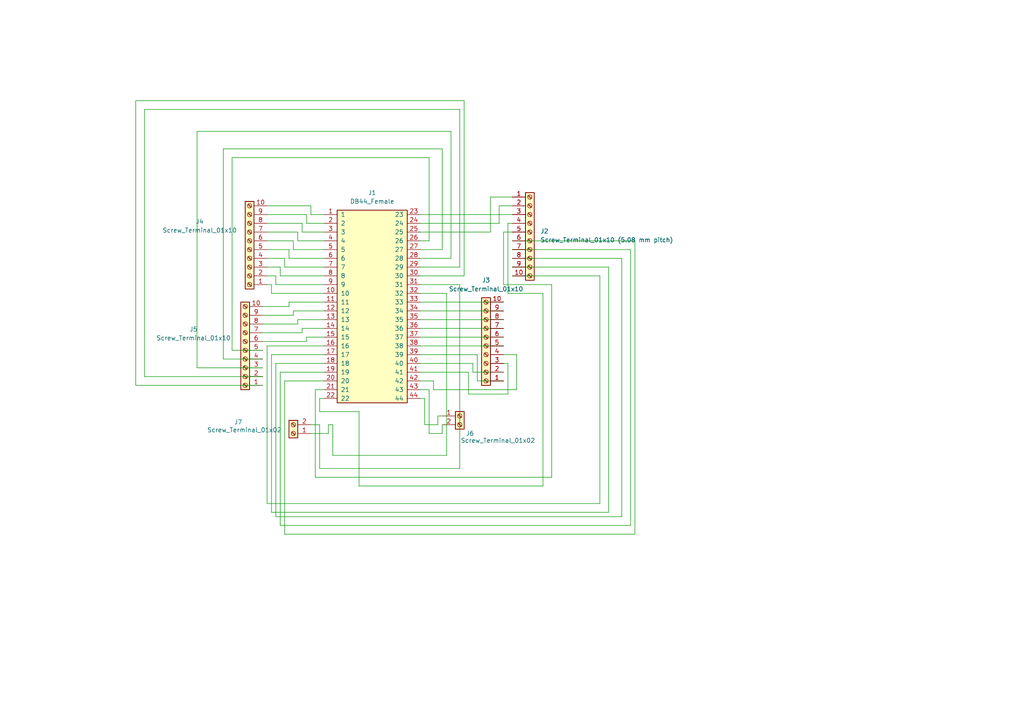
<source format=kicad_sch>
(kicad_sch (version 20250114) (generator "eeschema") (generator_version "9.0")
  (paper "A4")
  (lib_symbols
    (symbol "Connector:Screw_Terminal_01x02" (pin_names (offset 1.016) (hide yes))
      (property "Reference" "J" (at 0 2.54 0))
      (property "Value" "Screw_Terminal_01x02" (at 0 -5.08 0))
      (symbol "Screw_Terminal_01x02_1_1"
        (rectangle (start -1.27 1.27) (end 1.27 -3.81) (stroke (width 0.254)) (fill (type background)))
        (polyline (pts (xy -0.5334 0.3302) (xy 0.3302 -0.508)) (stroke (width 0.1524)))
        (polyline (pts (xy -0.5334 -2.2098) (xy 0.3302 -3.048)) (stroke (width 0.1524)))
        (polyline (pts (xy -0.3556 0.508) (xy 0.508 -0.3302)) (stroke (width 0.1524)))
        (polyline (pts (xy -0.3556 -2.032) (xy 0.508 -2.8702)) (stroke (width 0.1524)))
        (circle (center 0 0) (radius 0.635) (stroke (width 0.1524)))
        (circle (center 0 -2.54) (radius 0.635) (stroke (width 0.1524)))
        (pin passive line (at -5.08 0 0) (length 3.81) (name "Pin_1") (number "1"))
        (pin passive line (at -5.08 -2.54 0) (length 3.81) (name "Pin_2") (number "2"))
      )
    )
    (symbol "Connector:Screw_Terminal_01x10" (pin_names (offset 1.016) (hide yes))
      (property "Reference" "J" (at 0 12.7 0))
      (property "Value" "Screw_Terminal_01x10" (at 0 -15.24 0))
      (symbol "Screw_Terminal_01x10_1_1"
        (rectangle (start -1.27 11.43) (end 1.27 -13.97) (stroke (width 0.254)) (fill (type background)))
        (polyline (pts (xy -0.5334 10.4902) (xy 0.3302 9.652)) (stroke (width 0.1524)))
        (polyline (pts (xy -0.5334 7.9502) (xy 0.3302 7.112)) (stroke (width 0.1524)))
        (polyline (pts (xy -0.5334 5.4102) (xy 0.3302 4.572)) (stroke (width 0.1524)))
        (polyline (pts (xy -0.5334 2.8702) (xy 0.3302 2.032)) (stroke (width 0.1524)))
        (polyline (pts (xy -0.5334 0.3302) (xy 0.3302 -0.508)) (stroke (width 0.1524)))
        (polyline (pts (xy -0.5334 -2.2098) (xy 0.3302 -3.048)) (stroke (width 0.1524)))
        (polyline (pts (xy -0.5334 -4.7498) (xy 0.3302 -5.588)) (stroke (width 0.1524)))
        (polyline (pts (xy -0.5334 -7.2898) (xy 0.3302 -8.128)) (stroke (width 0.1524)))
        (polyline (pts (xy -0.5334 -9.8298) (xy 0.3302 -10.668)) (stroke (width 0.1524)))
        (polyline (pts (xy -0.5334 -12.3698) (xy 0.3302 -13.208)) (stroke (width 0.1524)))
        (polyline (pts (xy -0.3556 10.668) (xy 0.508 9.8298)) (stroke (width 0.1524)))
        (polyline (pts (xy -0.3556 8.128) (xy 0.508 7.2898)) (stroke (width 0.1524)))
        (polyline (pts (xy -0.3556 5.588) (xy 0.508 4.7498)) (stroke (width 0.1524)))
        (polyline (pts (xy -0.3556 3.048) (xy 0.508 2.2098)) (stroke (width 0.1524)))
        (polyline (pts (xy -0.3556 0.508) (xy 0.508 -0.3302)) (stroke (width 0.1524)))
        (polyline (pts (xy -0.3556 -2.032) (xy 0.508 -2.8702)) (stroke (width 0.1524)))
        (polyline (pts (xy -0.3556 -4.572) (xy 0.508 -5.4102)) (stroke (width 0.1524)))
        (polyline (pts (xy -0.3556 -7.112) (xy 0.508 -7.9502)) (stroke (width 0.1524)))
        (polyline (pts (xy -0.3556 -9.652) (xy 0.508 -10.4902)) (stroke (width 0.1524)))
        (polyline (pts (xy -0.3556 -12.192) (xy 0.508 -13.0302)) (stroke (width 0.1524)))
        (circle (center 0 10.16) (radius 0.635) (stroke (width 0.1524)))
        (circle (center 0 7.62) (radius 0.635) (stroke (width 0.1524)))
        (circle (center 0 5.08) (radius 0.635) (stroke (width 0.1524)))
        (circle (center 0 2.54) (radius 0.635) (stroke (width 0.1524)))
        (circle (center 0 0) (radius 0.635) (stroke (width 0.1524)))
        (circle (center 0 -2.54) (radius 0.635) (stroke (width 0.1524)))
        (circle (center 0 -5.08) (radius 0.635) (stroke (width 0.1524)))
        (circle (center 0 -7.62) (radius 0.635) (stroke (width 0.1524)))
        (circle (center 0 -10.16) (radius 0.635) (stroke (width 0.1524)))
        (circle (center 0 -12.7) (radius 0.635) (stroke (width 0.1524)))
        (pin passive line (at -5.08 10.16 0) (length 3.81) (name "Pin_1") (number "1"))
        (pin passive line (at -5.08 7.62 0) (length 3.81) (name "Pin_2") (number "2"))
        (pin passive line (at -5.08 5.08 0) (length 3.81) (name "Pin_3") (number "3"))
        (pin passive line (at -5.08 2.54 0) (length 3.81) (name "Pin_4") (number "4"))
        (pin passive line (at -5.08 0 0) (length 3.81) (name "Pin_5") (number "5"))
        (pin passive line (at -5.08 -2.54 0) (length 3.81) (name "Pin_6") (number "6"))
        (pin passive line (at -5.08 -5.08 0) (length 3.81) (name "Pin_7") (number "7"))
        (pin passive line (at -5.08 -7.62 0) (length 3.81) (name "Pin_8") (number "8"))
        (pin passive line (at -5.08 -10.16 0) (length 3.81) (name "Pin_9") (number "9"))
        (pin passive line (at -5.08 -12.7 0) (length 3.81) (name "Pin_10") (number "10"))
      )
    )
    (symbol "DB44_Female:DB44_Female" (pin_names (offset 1.016))
      (property "Reference" "J" (at 0 29.21 0))
      (property "Value" "DB44_Female" (at 0 -29.21 0))
      (symbol "DB44_Female_0_1"
        (rectangle (start -10.16 27.94) (end 10.16 -27.94) (stroke (width 0.254)) (fill (type background)))
      )
      (symbol "DB44_Female_1_1"
        (pin passive line (at -13.97 26.67 0) (length 3.81) (name "1") (number "1"))
        (pin passive line (at -13.97 24.13 0) (length 3.81) (name "2") (number "2"))
        (pin passive line (at -13.97 21.59 0) (length 3.81) (name "3") (number "3"))
        (pin passive line (at -13.97 19.05 0) (length 3.81) (name "4") (number "4"))
        (pin passive line (at -13.97 16.51 0) (length 3.81) (name "5") (number "5"))
        (pin passive line (at -13.97 13.97 0) (length 3.81) (name "6") (number "6"))
        (pin passive line (at -13.97 11.43 0) (length 3.81) (name "7") (number "7"))
        (pin passive line (at -13.97 8.89 0) (length 3.81) (name "8") (number "8"))
        (pin passive line (at -13.97 6.35 0) (length 3.81) (name "9") (number "9"))
        (pin passive line (at -13.97 3.81 0) (length 3.81) (name "10") (number "10"))
        (pin passive line (at -13.97 1.27 0) (length 3.81) (name "11") (number "11"))
        (pin passive line (at -13.97 -1.27 0) (length 3.81) (name "12") (number "12"))
        (pin passive line (at -13.97 -3.81 0) (length 3.81) (name "13") (number "13"))
        (pin passive line (at -13.97 -6.35 0) (length 3.81) (name "14") (number "14"))
        (pin passive line (at -13.97 -8.89 0) (length 3.81) (name "15") (number "15"))
        (pin passive line (at -13.97 -11.43 0) (length 3.81) (name "16") (number "16"))
        (pin passive line (at -13.97 -13.97 0) (length 3.81) (name "17") (number "17"))
        (pin passive line (at -13.97 -16.51 0) (length 3.81) (name "18") (number "18"))
        (pin passive line (at -13.97 -19.05 0) (length 3.81) (name "19") (number "19"))
        (pin passive line (at -13.97 -21.59 0) (length 3.81) (name "20") (number "20"))
        (pin passive line (at -13.97 -24.13 0) (length 3.81) (name "21") (number "21"))
        (pin passive line (at -13.97 -26.67 0) (length 3.81) (name "22") (number "22"))
        (pin passive line (at 13.97 26.67 180) (length 3.81) (name "23") (number "23"))
        (pin passive line (at 13.97 24.13 180) (length 3.81) (name "24") (number "24"))
        (pin passive line (at 13.97 21.59 180) (length 3.81) (name "25") (number "25"))
        (pin passive line (at 13.97 19.05 180) (length 3.81) (name "26") (number "26"))
        (pin passive line (at 13.97 16.51 180) (length 3.81) (name "27") (number "27"))
        (pin passive line (at 13.97 13.97 180) (length 3.81) (name "28") (number "28"))
        (pin passive line (at 13.97 11.43 180) (length 3.81) (name "29") (number "29"))
        (pin passive line (at 13.97 8.89 180) (length 3.81) (name "30") (number "30"))
        (pin passive line (at 13.97 6.35 180) (length 3.81) (name "31") (number "31"))
        (pin passive line (at 13.97 3.81 180) (length 3.81) (name "32") (number "32"))
        (pin passive line (at 13.97 1.27 180) (length 3.81) (name "33") (number "33"))
        (pin passive line (at 13.97 -1.27 180) (length 3.81) (name "34") (number "34"))
        (pin passive line (at 13.97 -3.81 180) (length 3.81) (name "35") (number "35"))
        (pin passive line (at 13.97 -6.35 180) (length 3.81) (name "36") (number "36"))
        (pin passive line (at 13.97 -8.89 180) (length 3.81) (name "37") (number "37"))
        (pin passive line (at 13.97 -11.43 180) (length 3.81) (name "38") (number "38"))
        (pin passive line (at 13.97 -13.97 180) (length 3.81) (name "39") (number "39"))
        (pin passive line (at 13.97 -16.51 180) (length 3.81) (name "40") (number "40"))
        (pin passive line (at 13.97 -19.05 180) (length 3.81) (name "41") (number "41"))
        (pin passive line (at 13.97 -21.59 180) (length 3.81) (name "42") (number "42"))
        (pin passive line (at 13.97 -24.13 180) (length 3.81) (name "43") (number "43"))
        (pin passive line (at 13.97 -26.67 180) (length 3.81) (name "44") (number "44"))
      )
    )
  )
  (wire (pts (xy 81.28 80.01) (xy 93.98 80.01)))
  (wire (pts (xy 157.48 140.97) (xy 104.14 140.97)))
  (wire (pts (xy 80.01 105.41) (xy 93.98 105.41)))
  (wire (pts (xy 82.55 77.47) (xy 93.98 77.47)))
  (wire (pts (xy 127 123.19) (xy 127 120.65)))
  (wire (pts (xy 78.74 82.55) (xy 78.74 85.09)))
  (wire (pts (xy 184.15 154.94) (xy 82.55 154.94)))
  (wire (pts (xy 83.82 87.63) (xy 93.98 87.63)))
  (wire (pts (xy 121.92 74.93) (xy 130.81 74.93)))
  (wire (pts (xy 137.16 107.95) (xy 146.05 107.95)))
  (wire (pts (xy 121.92 85.09) (xy 129.54 85.09)))
  (wire (pts (xy 180.34 74.93) (xy 180.34 149.86)))
  (wire (pts (xy 182.88 152.4) (xy 182.88 72.39)))
  (wire (pts (xy 121.92 107.95) (xy 135.89 107.95)))
  (wire (pts (xy 82.55 154.94) (xy 82.55 110.49)))
  (wire (pts (xy 93.98 107.95) (xy 81.28 107.95)))
  (wire (pts (xy 160.02 138.43) (xy 160.02 82.55)))
  (wire (pts (xy 121.92 95.25) (xy 146.05 95.25)))
  (wire (pts (xy 146.05 67.31) (xy 148.59 67.31)))
  (wire (pts (xy 81.28 152.4) (xy 182.88 152.4)))
  (wire (pts (xy 135.89 114.3) (xy 147.32 114.3)))
  (wire (pts (xy 76.2 91.44) (xy 85.09 91.44)))
  (wire (pts (xy 78.74 85.09) (xy 93.98 85.09)))
  (wire (pts (xy 77.47 146.05) (xy 173.99 146.05)))
  (wire (pts (xy 77.47 77.47) (xy 81.28 77.47)))
  (wire (pts (xy 88.9 99.06) (xy 88.9 97.79)))
  (wire (pts (xy 80.01 149.86) (xy 80.01 105.41)))
  (wire (pts (xy 148.59 80.01) (xy 173.99 80.01)))
  (wire (pts (xy 121.92 97.79) (xy 146.05 97.79)))
  (wire (pts (xy 77.47 62.23) (xy 88.9 62.23)))
  (wire (pts (xy 180.34 149.86) (xy 80.01 149.86)))
  (wire (pts (xy 95.25 125.73) (xy 90.17 125.73)))
  (wire (pts (xy 85.09 69.85) (xy 85.09 72.39)))
  (wire (pts (xy 121.92 105.41) (xy 137.16 105.41)))
  (wire (pts (xy 123.19 123.19) (xy 123.19 115.57)))
  (wire (pts (xy 148.59 69.85) (xy 184.15 69.85)))
  (wire (pts (xy 78.74 148.59) (xy 176.53 148.59)))
  (wire (pts (xy 146.05 82.55) (xy 160.02 82.55)))
  (wire (pts (xy 87.63 95.25) (xy 93.98 95.25)))
  (wire (pts (xy 92.71 123.19) (xy 90.17 123.19)))
  (wire (pts (xy 184.15 69.85) (xy 184.15 154.94)))
  (wire (pts (xy 123.19 115.57) (xy 121.92 115.57)))
  (wire (pts (xy 104.14 119.38) (xy 92.71 119.38)))
  (wire (pts (xy 121.92 102.87) (xy 138.43 102.87)))
  (wire (pts (xy 149.86 102.87) (xy 149.86 113.03)))
  (wire (pts (xy 104.14 140.97) (xy 104.14 119.38)))
  (wire (pts (xy 86.36 69.85) (xy 93.98 69.85)))
  (wire (pts (xy 83.82 72.39) (xy 83.82 74.93)))
  (wire (pts (xy 146.05 102.87) (xy 149.86 102.87)))
  (wire (pts (xy 92.71 119.38) (xy 92.71 115.57)))
  (wire (pts (xy 121.92 72.39) (xy 128.27 72.39)))
  (wire (pts (xy 147.32 64.77) (xy 147.32 85.09)))
  (wire (pts (xy 138.43 110.49) (xy 146.05 110.49)))
  (wire (pts (xy 121.92 90.17) (xy 146.05 90.17)))
  (wire (pts (xy 82.55 74.93) (xy 82.55 77.47)))
  (wire (pts (xy 121.92 77.47) (xy 133.35 77.47)))
  (wire (pts (xy 121.92 62.23) (xy 148.59 62.23)))
  (wire (pts (xy 76.2 96.52) (xy 87.63 96.52)))
  (wire (pts (xy 133.35 77.47) (xy 133.35 31.75)))
  (wire (pts (xy 96.52 123.19) (xy 95.25 123.19)))
  (wire (pts (xy 124.46 113.03) (xy 124.46 125.73)))
  (wire (pts (xy 67.31 101.6) (xy 76.2 101.6)))
  (wire (pts (xy 148.59 72.39) (xy 182.88 72.39)))
  (wire (pts (xy 77.47 82.55) (xy 78.74 82.55)))
  (wire (pts (xy 148.59 57.15) (xy 142.24 57.15)))
  (wire (pts (xy 80.01 80.01) (xy 80.01 82.55)))
  (wire (pts (xy 125.73 110.49) (xy 121.92 110.49)))
  (wire (pts (xy 147.32 105.41) (xy 146.05 105.41)))
  (wire (pts (xy 128.27 125.73) (xy 128.27 123.19)))
  (wire (pts (xy 147.32 85.09) (xy 157.48 85.09)))
  (wire (pts (xy 144.78 59.69) (xy 148.59 59.69)))
  (wire (pts (xy 78.74 102.87) (xy 78.74 148.59)))
  (wire (pts (xy 124.46 45.72) (xy 67.31 45.72)))
  (wire (pts (xy 121.92 87.63) (xy 146.05 87.63)))
  (wire (pts (xy 86.36 67.31) (xy 86.36 69.85)))
  (wire (pts (xy 87.63 96.52) (xy 87.63 95.25)))
  (wire (pts (xy 64.77 43.18) (xy 64.77 104.14)))
  (wire (pts (xy 93.98 100.33) (xy 77.47 100.33)))
  (wire (pts (xy 77.47 100.33) (xy 77.47 146.05)))
  (wire (pts (xy 76.2 88.9) (xy 83.82 88.9)))
  (wire (pts (xy 128.27 43.18) (xy 64.77 43.18)))
  (wire (pts (xy 88.9 62.23) (xy 88.9 64.77)))
  (wire (pts (xy 85.09 90.17) (xy 93.98 90.17)))
  (wire (pts (xy 90.17 62.23) (xy 93.98 62.23)))
  (wire (pts (xy 76.2 99.06) (xy 88.9 99.06)))
  (wire (pts (xy 128.27 72.39) (xy 128.27 43.18)))
  (wire (pts (xy 39.37 111.76) (xy 76.2 111.76)))
  (wire (pts (xy 91.44 113.03) (xy 93.98 113.03)))
  (wire (pts (xy 130.81 74.93) (xy 130.81 38.1)))
  (wire (pts (xy 137.16 105.41) (xy 137.16 107.95)))
  (wire (pts (xy 39.37 29.21) (xy 39.37 111.76)))
  (wire (pts (xy 77.47 74.93) (xy 82.55 74.93)))
  (wire (pts (xy 77.47 72.39) (xy 83.82 72.39)))
  (wire (pts (xy 121.92 64.77) (xy 144.78 64.77)))
  (wire (pts (xy 121.92 82.55) (xy 133.35 82.55)))
  (wire (pts (xy 121.92 80.01) (xy 134.62 80.01)))
  (wire (pts (xy 127 120.65) (xy 128.27 120.65)))
  (wire (pts (xy 123.19 123.19) (xy 127 123.19)))
  (wire (pts (xy 95.25 123.19) (xy 95.25 125.73)))
  (wire (pts (xy 67.31 45.72) (xy 67.31 101.6)))
  (wire (pts (xy 90.17 59.69) (xy 90.17 62.23)))
  (wire (pts (xy 80.01 82.55) (xy 93.98 82.55)))
  (wire (pts (xy 121.92 92.71) (xy 146.05 92.71)))
  (wire (pts (xy 142.24 57.15) (xy 142.24 67.31)))
  (wire (pts (xy 173.99 146.05) (xy 173.99 80.01)))
  (wire (pts (xy 147.32 114.3) (xy 147.32 105.41)))
  (wire (pts (xy 124.46 125.73) (xy 128.27 125.73)))
  (wire (pts (xy 133.35 135.89) (xy 92.71 135.89)))
  (wire (pts (xy 125.73 113.03) (xy 125.73 110.49)))
  (wire (pts (xy 83.82 74.93) (xy 93.98 74.93)))
  (wire (pts (xy 93.98 102.87) (xy 78.74 102.87)))
  (wire (pts (xy 81.28 107.95) (xy 81.28 152.4)))
  (wire (pts (xy 87.63 67.31) (xy 93.98 67.31)))
  (wire (pts (xy 130.81 38.1) (xy 57.15 38.1)))
  (wire (pts (xy 134.62 80.01) (xy 134.62 29.21)))
  (wire (pts (xy 133.35 31.75) (xy 41.91 31.75)))
  (wire (pts (xy 91.44 113.03) (xy 91.44 138.43)))
  (wire (pts (xy 148.59 64.77) (xy 147.32 64.77)))
  (wire (pts (xy 81.28 77.47) (xy 81.28 80.01)))
  (wire (pts (xy 124.46 69.85) (xy 124.46 45.72)))
  (wire (pts (xy 83.82 88.9) (xy 83.82 87.63)))
  (wire (pts (xy 129.54 85.09) (xy 129.54 132.08)))
  (wire (pts (xy 86.36 92.71) (xy 93.98 92.71)))
  (wire (pts (xy 92.71 123.19) (xy 92.71 135.89)))
  (wire (pts (xy 138.43 102.87) (xy 138.43 110.49)))
  (wire (pts (xy 77.47 67.31) (xy 86.36 67.31)))
  (wire (pts (xy 121.92 100.33) (xy 146.05 100.33)))
  (wire (pts (xy 87.63 64.77) (xy 87.63 67.31)))
  (wire (pts (xy 77.47 64.77) (xy 87.63 64.77)))
  (wire (pts (xy 135.89 107.95) (xy 135.89 114.3)))
  (wire (pts (xy 88.9 97.79) (xy 93.98 97.79)))
  (wire (pts (xy 82.55 110.49) (xy 93.98 110.49)))
  (wire (pts (xy 149.86 113.03) (xy 125.73 113.03)))
  (wire (pts (xy 133.35 82.55) (xy 133.35 135.89)))
  (wire (pts (xy 77.47 69.85) (xy 85.09 69.85)))
  (wire (pts (xy 57.15 38.1) (xy 57.15 106.68)))
  (wire (pts (xy 57.15 106.68) (xy 76.2 106.68)))
  (wire (pts (xy 134.62 29.21) (xy 39.37 29.21)))
  (wire (pts (xy 144.78 64.77) (xy 144.78 59.69)))
  (wire (pts (xy 77.47 80.01) (xy 80.01 80.01)))
  (wire (pts (xy 41.91 31.75) (xy 41.91 109.22)))
  (wire (pts (xy 121.92 69.85) (xy 124.46 69.85)))
  (wire (pts (xy 88.9 64.77) (xy 93.98 64.77)))
  (wire (pts (xy 96.52 132.08) (xy 96.52 123.19)))
  (wire (pts (xy 91.44 138.43) (xy 160.02 138.43)))
  (wire (pts (xy 41.91 109.22) (xy 76.2 109.22)))
  (wire (pts (xy 146.05 67.31) (xy 146.05 82.55)))
  (wire (pts (xy 148.59 74.93) (xy 180.34 74.93)))
  (wire (pts (xy 176.53 148.59) (xy 176.53 77.47)))
  (wire (pts (xy 76.2 93.98) (xy 86.36 93.98)))
  (wire (pts (xy 129.54 132.08) (xy 96.52 132.08)))
  (wire (pts (xy 64.77 104.14) (xy 76.2 104.14)))
  (wire (pts (xy 85.09 91.44) (xy 85.09 90.17)))
  (wire (pts (xy 77.47 59.69) (xy 90.17 59.69)))
  (wire (pts (xy 121.92 67.31) (xy 142.24 67.31)))
  (wire (pts (xy 124.46 113.03) (xy 121.92 113.03)))
  (wire (pts (xy 92.71 115.57) (xy 93.98 115.57)))
  (wire (pts (xy 85.09 72.39) (xy 93.98 72.39)))
  (wire (pts (xy 176.53 77.47) (xy 148.59 77.47)))
  (wire (pts (xy 86.36 93.98) (xy 86.36 92.71)))
  (wire (pts (xy 157.48 85.09) (xy 157.48 140.97)))
  (symbol (lib_id "Connector:Screw_Terminal_01x10") (at 140.97 100.33 180) (unit 1)
    (property "Reference" "J3" (at 140.97 81.28 0))
    (property "Value" "Screw_Terminal_01x10" (at 140.97 83.82 0))
    (property "Footprint" "TerminalBlock_RND:TerminalBlock_RND_205-00240_1x10_P5.08mm_Horizontal" (effects (hide yes)))
    (property "Description" "Generic screw terminal, single row, 01x10, script generated (kicad-library-utils/schlib/autogen/connector/)" (effects (hide yes)))
  )
  (symbol (lib_id "Connector:Screw_Terminal_01x10") (at 153.67 67.31 0) (unit 1)
    (property "Reference" "J2" (at 156.718 67.056 0) (effects (justify left)))
    (property "Value" "Screw_Terminal_01x10 (5.08 mm pitch)" (at 156.718 69.596 0) (effects (justify left)))
    (property "Footprint" "TerminalBlock_RND:TerminalBlock_RND_205-00240_1x10_P5.08mm_Horizontal" (effects (hide yes)))
    (property "Description" "Generic screw terminal, single row, 01x10, script generated (kicad-library-utils/schlib/autogen/connector/)" (effects (hide yes)))
  )
  (symbol (lib_id "Connector:Screw_Terminal_01x02") (at 85.09 125.73 180) (unit 1)
    (property "Reference" "J7" (at 69.088 122.428 0))
    (property "Value" "Screw_Terminal_01x02" (at 70.866 124.714 0))
    (property "Footprint" "TerminalBlock_RND:TerminalBlock_RND_205-00232_1x02_P5.08mm_Horizontal" (effects (hide yes)))
    (property "Description" "Generic screw terminal, single row, 01x02, script generated (kicad-library-utils/schlib/autogen/connector/)" (effects (hide yes)))
  )
  (symbol (lib_id "Connector:Screw_Terminal_01x10") (at 72.39 72.39 180) (unit 1)
    (property "Reference" "J4" (at 57.912 64.262 0))
    (property "Value" "Screw_Terminal_01x10" (at 57.912 66.802 0))
    (property "Footprint" "TerminalBlock_RND:TerminalBlock_RND_205-00240_1x10_P5.08mm_Horizontal" (effects (hide yes)))
    (property "Description" "Generic screw terminal, single row, 01x10, script generated (kicad-library-utils/schlib/autogen/connector/)" (effects (hide yes)))
  )
  (symbol (lib_id "Connector:Screw_Terminal_01x10") (at 71.12 101.6 180) (unit 1)
    (property "Reference" "J5" (at 56.134 95.504 0))
    (property "Value" "Screw_Terminal_01x10" (at 56.134 98.044 0))
    (property "Footprint" "TerminalBlock_RND:TerminalBlock_RND_205-00240_1x10_P5.08mm_Horizontal" (effects (hide yes)))
    (property "Description" "Generic screw terminal, single row, 01x10, script generated (kicad-library-utils/schlib/autogen/connector/)" (effects (hide yes)))
  )
  (symbol (lib_id "Connector:Screw_Terminal_01x02") (at 133.35 120.65 0) (unit 1)
    (property "Reference" "J6" (at 135.128 125.73 0) (effects (justify left)))
    (property "Value" "Screw_Terminal_01x02" (at 133.604 127.762 0) (effects (justify left)))
    (property "Footprint" "TerminalBlock_RND:TerminalBlock_RND_205-00232_1x02_P5.08mm_Horizontal" (effects (hide yes)))
    (property "Description" "Generic screw terminal, single row, 01x02, script generated (kicad-library-utils/schlib/autogen/connector/)" (effects (hide yes)))
  )
  (symbol (lib_id "DB44_Female:DB44_Female") (at 107.95 88.9 0) (unit 1)
    (property "Reference" "J1" (at 107.95 55.88 0))
    (property "Value" "DB44_Female" (at 107.95 58.42 0))
    (property "Footprint" "Connector_Dsub:DSUB-44-HD_Socket_Horizontal_P2.29x1.90mm_EdgePinOffset3.03mm_Housed_MountingHolesOffset4.94mm" (effects (hide yes)))
    (property "Description" "DB44 Female D-Sub Connector, 44 pins, High Density" (effects (hide yes)))
  )
)
</source>
